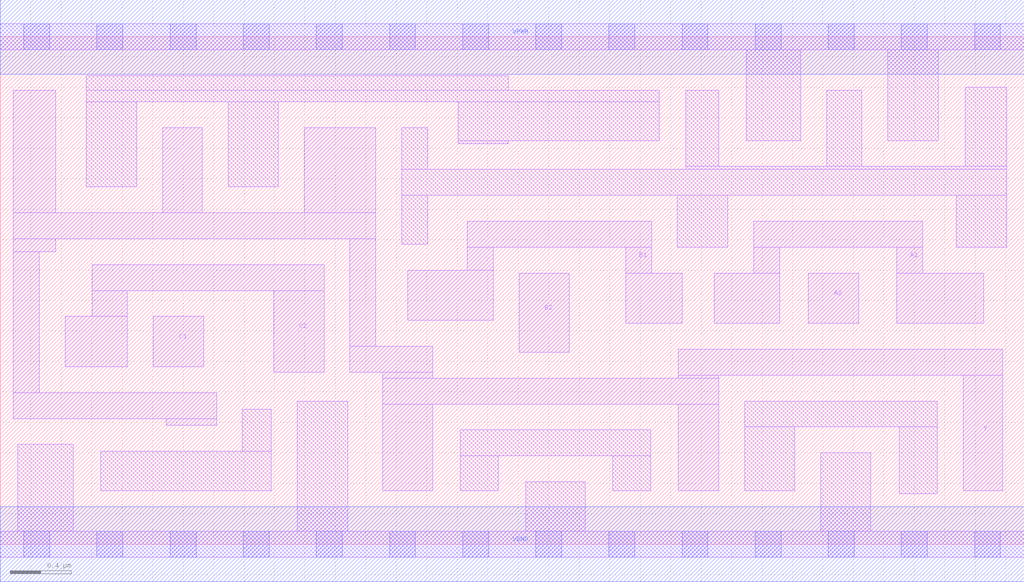
<source format=lef>
# Copyright 2020 The SkyWater PDK Authors
#
# Licensed under the Apache License, Version 2.0 (the "License");
# you may not use this file except in compliance with the License.
# You may obtain a copy of the License at
#
#     https://www.apache.org/licenses/LICENSE-2.0
#
# Unless required by applicable law or agreed to in writing, software
# distributed under the License is distributed on an "AS IS" BASIS,
# WITHOUT WARRANTIES OR CONDITIONS OF ANY KIND, either express or implied.
# See the License for the specific language governing permissions and
# limitations under the License.
#
# SPDX-License-Identifier: Apache-2.0

VERSION 5.7 ;
  NOWIREEXTENSIONATPIN ON ;
  DIVIDERCHAR "/" ;
  BUSBITCHARS "[]" ;
UNITS
  DATABASE MICRONS 200 ;
END UNITS
MACRO sky130_fd_sc_ls__a222oi_2
  CLASS CORE ;
  FOREIGN sky130_fd_sc_ls__a222oi_2 ;
  ORIGIN  0.000000  0.000000 ;
  SIZE  6.720000 BY  3.330000 ;
  SYMMETRY X Y ;
  SITE unit ;
  PIN A1
    ANTENNAGATEAREA  0.492000 ;
    DIRECTION INPUT ;
    USE SIGNAL ;
    PORT
      LAYER li1 ;
        RECT 4.685000 1.450000 5.115000 1.780000 ;
        RECT 4.945000 1.780000 5.115000 1.950000 ;
        RECT 4.945000 1.950000 6.055000 2.120000 ;
        RECT 5.885000 1.450000 6.455000 1.780000 ;
        RECT 5.885000 1.780000 6.055000 1.950000 ;
    END
  END A1
  PIN A2
    ANTENNAGATEAREA  0.492000 ;
    DIRECTION INPUT ;
    USE SIGNAL ;
    PORT
      LAYER li1 ;
        RECT 5.305000 1.450000 5.635000 1.780000 ;
    END
  END A2
  PIN B1
    ANTENNAGATEAREA  0.492000 ;
    DIRECTION INPUT ;
    USE SIGNAL ;
    PORT
      LAYER li1 ;
        RECT 2.675000 1.470000 3.235000 1.800000 ;
        RECT 3.065000 1.800000 3.235000 1.950000 ;
        RECT 3.065000 1.950000 4.275000 2.120000 ;
        RECT 4.105000 1.450000 4.475000 1.780000 ;
        RECT 4.105000 1.780000 4.275000 1.950000 ;
    END
  END B1
  PIN B2
    ANTENNAGATEAREA  0.492000 ;
    DIRECTION INPUT ;
    USE SIGNAL ;
    PORT
      LAYER li1 ;
        RECT 3.405000 1.260000 3.735000 1.780000 ;
    END
  END B2
  PIN C1
    ANTENNAGATEAREA  0.492000 ;
    DIRECTION INPUT ;
    USE SIGNAL ;
    PORT
      LAYER li1 ;
        RECT 1.005000 1.165000 1.335000 1.495000 ;
    END
  END C1
  PIN C2
    ANTENNAGATEAREA  0.492000 ;
    DIRECTION INPUT ;
    USE SIGNAL ;
    PORT
      LAYER li1 ;
        RECT 0.425000 1.165000 0.835000 1.495000 ;
        RECT 0.605000 1.495000 0.835000 1.665000 ;
        RECT 0.605000 1.665000 2.125000 1.835000 ;
        RECT 1.795000 1.130000 2.125000 1.665000 ;
    END
  END C2
  PIN Y
    ANTENNADIFFAREA  1.693200 ;
    DIRECTION OUTPUT ;
    USE SIGNAL ;
    PORT
      LAYER li1 ;
        RECT 0.085000 0.825000 1.420000 0.995000 ;
        RECT 0.085000 0.995000 0.255000 1.920000 ;
        RECT 0.085000 1.920000 0.365000 2.005000 ;
        RECT 0.085000 2.005000 2.465000 2.175000 ;
        RECT 0.085000 2.175000 0.365000 2.980000 ;
        RECT 1.065000 2.175000 1.325000 2.735000 ;
        RECT 1.090000 0.780000 1.420000 0.825000 ;
        RECT 1.995000 2.175000 2.465000 2.735000 ;
        RECT 2.295000 1.130000 2.840000 1.300000 ;
        RECT 2.295000 1.300000 2.465000 2.005000 ;
        RECT 2.510000 0.350000 2.840000 0.920000 ;
        RECT 2.510000 0.920000 4.715000 1.090000 ;
        RECT 2.510000 1.090000 2.840000 1.130000 ;
        RECT 4.450000 0.350000 4.715000 0.920000 ;
        RECT 4.450000 1.090000 4.715000 1.110000 ;
        RECT 4.450000 1.110000 6.580000 1.280000 ;
        RECT 6.320000 0.350000 6.580000 1.110000 ;
    END
  END Y
  PIN VGND
    DIRECTION INOUT ;
    SHAPE ABUTMENT ;
    USE GROUND ;
    PORT
      LAYER met1 ;
        RECT 0.000000 -0.245000 6.720000 0.245000 ;
    END
  END VGND
  PIN VPWR
    DIRECTION INOUT ;
    SHAPE ABUTMENT ;
    USE POWER ;
    PORT
      LAYER met1 ;
        RECT 0.000000 3.085000 6.720000 3.575000 ;
    END
  END VPWR
  OBS
    LAYER li1 ;
      RECT 0.000000 -0.085000 6.720000 0.085000 ;
      RECT 0.000000  3.245000 6.720000 3.415000 ;
      RECT 0.115000  0.085000 0.480000 0.655000 ;
      RECT 0.565000  2.345000 0.895000 2.905000 ;
      RECT 0.565000  2.905000 4.325000 2.980000 ;
      RECT 0.565000  2.980000 3.335000 3.075000 ;
      RECT 0.660000  0.350000 1.780000 0.610000 ;
      RECT 1.495000  2.345000 1.825000 2.905000 ;
      RECT 1.590000  0.610000 1.780000 0.885000 ;
      RECT 1.950000  0.085000 2.280000 0.940000 ;
      RECT 2.635000  1.970000 2.805000 2.290000 ;
      RECT 2.635000  2.290000 6.605000 2.460000 ;
      RECT 2.635000  2.460000 2.805000 2.735000 ;
      RECT 3.005000  2.630000 3.335000 2.650000 ;
      RECT 3.005000  2.650000 4.325000 2.905000 ;
      RECT 3.020000  0.350000 3.270000 0.580000 ;
      RECT 3.020000  0.580000 4.270000 0.750000 ;
      RECT 3.450000  0.085000 3.840000 0.410000 ;
      RECT 4.020000  0.350000 4.270000 0.580000 ;
      RECT 4.445000  1.950000 4.775000 2.290000 ;
      RECT 4.500000  2.460000 6.605000 2.480000 ;
      RECT 4.500000  2.480000 4.715000 2.980000 ;
      RECT 4.885000  0.350000 5.215000 0.770000 ;
      RECT 4.885000  0.770000 6.150000 0.940000 ;
      RECT 4.895000  2.650000 5.255000 3.245000 ;
      RECT 5.385000  0.085000 5.715000 0.600000 ;
      RECT 5.425000  2.480000 5.655000 2.980000 ;
      RECT 5.825000  2.650000 6.155000 3.245000 ;
      RECT 5.900000  0.330000 6.150000 0.770000 ;
      RECT 6.275000  1.950000 6.605000 2.290000 ;
      RECT 6.335000  2.480000 6.605000 3.000000 ;
    LAYER mcon ;
      RECT 0.155000 -0.085000 0.325000 0.085000 ;
      RECT 0.155000  3.245000 0.325000 3.415000 ;
      RECT 0.635000 -0.085000 0.805000 0.085000 ;
      RECT 0.635000  3.245000 0.805000 3.415000 ;
      RECT 1.115000 -0.085000 1.285000 0.085000 ;
      RECT 1.115000  3.245000 1.285000 3.415000 ;
      RECT 1.595000 -0.085000 1.765000 0.085000 ;
      RECT 1.595000  3.245000 1.765000 3.415000 ;
      RECT 2.075000 -0.085000 2.245000 0.085000 ;
      RECT 2.075000  3.245000 2.245000 3.415000 ;
      RECT 2.555000 -0.085000 2.725000 0.085000 ;
      RECT 2.555000  3.245000 2.725000 3.415000 ;
      RECT 3.035000 -0.085000 3.205000 0.085000 ;
      RECT 3.035000  3.245000 3.205000 3.415000 ;
      RECT 3.515000 -0.085000 3.685000 0.085000 ;
      RECT 3.515000  3.245000 3.685000 3.415000 ;
      RECT 3.995000 -0.085000 4.165000 0.085000 ;
      RECT 3.995000  3.245000 4.165000 3.415000 ;
      RECT 4.475000 -0.085000 4.645000 0.085000 ;
      RECT 4.475000  3.245000 4.645000 3.415000 ;
      RECT 4.955000 -0.085000 5.125000 0.085000 ;
      RECT 4.955000  3.245000 5.125000 3.415000 ;
      RECT 5.435000 -0.085000 5.605000 0.085000 ;
      RECT 5.435000  3.245000 5.605000 3.415000 ;
      RECT 5.915000 -0.085000 6.085000 0.085000 ;
      RECT 5.915000  3.245000 6.085000 3.415000 ;
      RECT 6.395000 -0.085000 6.565000 0.085000 ;
      RECT 6.395000  3.245000 6.565000 3.415000 ;
  END
END sky130_fd_sc_ls__a222oi_2
END LIBRARY

</source>
